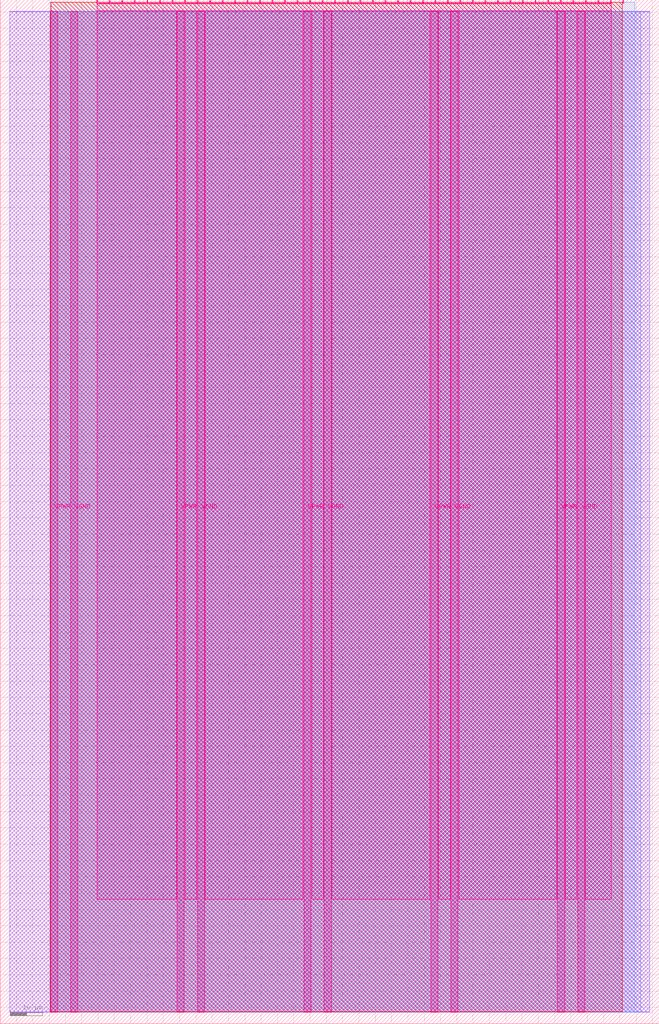
<source format=lef>
VERSION 5.7 ;
  NOWIREEXTENSIONATPIN ON ;
  DIVIDERCHAR "/" ;
  BUSBITCHARS "[]" ;
MACRO tt_um_dlmiles_dffram32x8_2r1w
  CLASS BLOCK ;
  FOREIGN tt_um_dlmiles_dffram32x8_2r1w ;
  ORIGIN 0.000 0.000 ;
  SIZE 202.080 BY 313.740 ;
  PIN VGND
    DIRECTION INOUT ;
    USE GROUND ;
    PORT
      LAYER Metal5 ;
        RECT 21.580 3.560 23.780 310.180 ;
    END
    PORT
      LAYER Metal5 ;
        RECT 60.450 3.560 62.650 310.180 ;
    END
    PORT
      LAYER Metal5 ;
        RECT 99.320 3.560 101.520 310.180 ;
    END
    PORT
      LAYER Metal5 ;
        RECT 138.190 3.560 140.390 310.180 ;
    END
    PORT
      LAYER Metal5 ;
        RECT 177.060 3.560 179.260 310.180 ;
    END
  END VGND
  PIN VPWR
    DIRECTION INOUT ;
    USE POWER ;
    PORT
      LAYER Metal5 ;
        RECT 15.380 3.560 17.580 310.180 ;
    END
    PORT
      LAYER Metal5 ;
        RECT 54.250 3.560 56.450 310.180 ;
    END
    PORT
      LAYER Metal5 ;
        RECT 93.120 3.560 95.320 310.180 ;
    END
    PORT
      LAYER Metal5 ;
        RECT 131.990 3.560 134.190 310.180 ;
    END
    PORT
      LAYER Metal5 ;
        RECT 170.860 3.560 173.060 310.180 ;
    END
  END VPWR
  PIN clk
    DIRECTION INPUT ;
    USE SIGNAL ;
    ANTENNAGATEAREA 0.213200 ;
    PORT
      LAYER Metal5 ;
        RECT 187.050 312.740 187.350 313.740 ;
    END
  END clk
  PIN ena
    DIRECTION INPUT ;
    USE SIGNAL ;
    PORT
      LAYER Metal5 ;
        RECT 190.890 312.740 191.190 313.740 ;
    END
  END ena
  PIN rst_n
    DIRECTION INPUT ;
    USE SIGNAL ;
    ANTENNAGATEAREA 0.314600 ;
    PORT
      LAYER Metal5 ;
        RECT 183.210 312.740 183.510 313.740 ;
    END
  END rst_n
  PIN ui_in[0]
    DIRECTION INPUT ;
    USE SIGNAL ;
    ANTENNAGATEAREA 0.527800 ;
    PORT
      LAYER Metal5 ;
        RECT 179.370 312.740 179.670 313.740 ;
    END
  END ui_in[0]
  PIN ui_in[1]
    DIRECTION INPUT ;
    USE SIGNAL ;
    ANTENNAGATEAREA 0.527800 ;
    PORT
      LAYER Metal5 ;
        RECT 175.530 312.740 175.830 313.740 ;
    END
  END ui_in[1]
  PIN ui_in[2]
    DIRECTION INPUT ;
    USE SIGNAL ;
    ANTENNAGATEAREA 0.426400 ;
    PORT
      LAYER Metal5 ;
        RECT 171.690 312.740 171.990 313.740 ;
    END
  END ui_in[2]
  PIN ui_in[3]
    DIRECTION INPUT ;
    USE SIGNAL ;
    ANTENNAGATEAREA 0.527800 ;
    PORT
      LAYER Metal5 ;
        RECT 167.850 312.740 168.150 313.740 ;
    END
  END ui_in[3]
  PIN ui_in[4]
    DIRECTION INPUT ;
    USE SIGNAL ;
    ANTENNAGATEAREA 2.005900 ;
    ANTENNADIFFAREA 6.046200 ;
    PORT
      LAYER Metal5 ;
        RECT 164.010 312.740 164.310 313.740 ;
    END
  END ui_in[4]
  PIN ui_in[5]
    DIRECTION INPUT ;
    USE SIGNAL ;
    ANTENNAGATEAREA 0.314600 ;
    PORT
      LAYER Metal5 ;
        RECT 160.170 312.740 160.470 313.740 ;
    END
  END ui_in[5]
  PIN ui_in[6]
    DIRECTION INPUT ;
    USE SIGNAL ;
    ANTENNAGATEAREA 0.314600 ;
    PORT
      LAYER Metal5 ;
        RECT 156.330 312.740 156.630 313.740 ;
    END
  END ui_in[6]
  PIN ui_in[7]
    DIRECTION INPUT ;
    USE SIGNAL ;
    ANTENNAGATEAREA 0.314600 ;
    PORT
      LAYER Metal5 ;
        RECT 152.490 312.740 152.790 313.740 ;
    END
  END ui_in[7]
  PIN uio_in[0]
    DIRECTION INPUT ;
    USE SIGNAL ;
    ANTENNAGATEAREA 0.708500 ;
    PORT
      LAYER Metal5 ;
        RECT 148.650 312.740 148.950 313.740 ;
    END
  END uio_in[0]
  PIN uio_in[1]
    DIRECTION INPUT ;
    USE SIGNAL ;
    ANTENNAGATEAREA 0.213200 ;
    PORT
      LAYER Metal5 ;
        RECT 144.810 312.740 145.110 313.740 ;
    END
  END uio_in[1]
  PIN uio_in[2]
    DIRECTION INPUT ;
    USE SIGNAL ;
    ANTENNAGATEAREA 0.213200 ;
    PORT
      LAYER Metal5 ;
        RECT 140.970 312.740 141.270 313.740 ;
    END
  END uio_in[2]
  PIN uio_in[3]
    DIRECTION INPUT ;
    USE SIGNAL ;
    ANTENNAGATEAREA 0.213200 ;
    PORT
      LAYER Metal5 ;
        RECT 137.130 312.740 137.430 313.740 ;
    END
  END uio_in[3]
  PIN uio_in[4]
    DIRECTION INPUT ;
    USE SIGNAL ;
    ANTENNAGATEAREA 0.180700 ;
    PORT
      LAYER Metal5 ;
        RECT 133.290 312.740 133.590 313.740 ;
    END
  END uio_in[4]
  PIN uio_in[5]
    DIRECTION INPUT ;
    USE SIGNAL ;
    ANTENNAGATEAREA 0.314600 ;
    PORT
      LAYER Metal5 ;
        RECT 129.450 312.740 129.750 313.740 ;
    END
  END uio_in[5]
  PIN uio_in[6]
    DIRECTION INPUT ;
    USE SIGNAL ;
    ANTENNAGATEAREA 0.180700 ;
    PORT
      LAYER Metal5 ;
        RECT 125.610 312.740 125.910 313.740 ;
    END
  END uio_in[6]
  PIN uio_in[7]
    DIRECTION INPUT ;
    USE SIGNAL ;
    ANTENNAGATEAREA 0.314600 ;
    PORT
      LAYER Metal5 ;
        RECT 121.770 312.740 122.070 313.740 ;
    END
  END uio_in[7]
  PIN uio_oe[0]
    DIRECTION OUTPUT ;
    USE SIGNAL ;
    ANTENNADIFFAREA 0.299200 ;
    PORT
      LAYER Metal5 ;
        RECT 56.490 312.740 56.790 313.740 ;
    END
  END uio_oe[0]
  PIN uio_oe[1]
    DIRECTION OUTPUT ;
    USE SIGNAL ;
    ANTENNADIFFAREA 0.299200 ;
    PORT
      LAYER Metal5 ;
        RECT 52.650 312.740 52.950 313.740 ;
    END
  END uio_oe[1]
  PIN uio_oe[2]
    DIRECTION OUTPUT ;
    USE SIGNAL ;
    ANTENNADIFFAREA 0.299200 ;
    PORT
      LAYER Metal5 ;
        RECT 48.810 312.740 49.110 313.740 ;
    END
  END uio_oe[2]
  PIN uio_oe[3]
    DIRECTION OUTPUT ;
    USE SIGNAL ;
    ANTENNADIFFAREA 0.299200 ;
    PORT
      LAYER Metal5 ;
        RECT 44.970 312.740 45.270 313.740 ;
    END
  END uio_oe[3]
  PIN uio_oe[4]
    DIRECTION OUTPUT ;
    USE SIGNAL ;
    ANTENNADIFFAREA 0.299200 ;
    PORT
      LAYER Metal5 ;
        RECT 41.130 312.740 41.430 313.740 ;
    END
  END uio_oe[4]
  PIN uio_oe[5]
    DIRECTION OUTPUT ;
    USE SIGNAL ;
    ANTENNADIFFAREA 0.299200 ;
    PORT
      LAYER Metal5 ;
        RECT 37.290 312.740 37.590 313.740 ;
    END
  END uio_oe[5]
  PIN uio_oe[6]
    DIRECTION OUTPUT ;
    USE SIGNAL ;
    ANTENNADIFFAREA 0.299200 ;
    PORT
      LAYER Metal5 ;
        RECT 33.450 312.740 33.750 313.740 ;
    END
  END uio_oe[6]
  PIN uio_oe[7]
    DIRECTION OUTPUT ;
    USE SIGNAL ;
    ANTENNADIFFAREA 0.299200 ;
    PORT
      LAYER Metal5 ;
        RECT 29.610 312.740 29.910 313.740 ;
    END
  END uio_oe[7]
  PIN uio_out[0]
    DIRECTION OUTPUT ;
    USE SIGNAL ;
    ANTENNADIFFAREA 0.299200 ;
    PORT
      LAYER Metal5 ;
        RECT 87.210 312.740 87.510 313.740 ;
    END
  END uio_out[0]
  PIN uio_out[1]
    DIRECTION OUTPUT ;
    USE SIGNAL ;
    ANTENNADIFFAREA 0.299200 ;
    PORT
      LAYER Metal5 ;
        RECT 83.370 312.740 83.670 313.740 ;
    END
  END uio_out[1]
  PIN uio_out[2]
    DIRECTION OUTPUT ;
    USE SIGNAL ;
    ANTENNADIFFAREA 0.299200 ;
    PORT
      LAYER Metal5 ;
        RECT 79.530 312.740 79.830 313.740 ;
    END
  END uio_out[2]
  PIN uio_out[3]
    DIRECTION OUTPUT ;
    USE SIGNAL ;
    ANTENNADIFFAREA 0.299200 ;
    PORT
      LAYER Metal5 ;
        RECT 75.690 312.740 75.990 313.740 ;
    END
  END uio_out[3]
  PIN uio_out[4]
    DIRECTION OUTPUT ;
    USE SIGNAL ;
    ANTENNADIFFAREA 0.299200 ;
    PORT
      LAYER Metal5 ;
        RECT 71.850 312.740 72.150 313.740 ;
    END
  END uio_out[4]
  PIN uio_out[5]
    DIRECTION OUTPUT ;
    USE SIGNAL ;
    ANTENNADIFFAREA 0.299200 ;
    PORT
      LAYER Metal5 ;
        RECT 68.010 312.740 68.310 313.740 ;
    END
  END uio_out[5]
  PIN uio_out[6]
    DIRECTION OUTPUT ;
    USE SIGNAL ;
    ANTENNADIFFAREA 0.299200 ;
    PORT
      LAYER Metal5 ;
        RECT 64.170 312.740 64.470 313.740 ;
    END
  END uio_out[6]
  PIN uio_out[7]
    DIRECTION OUTPUT ;
    USE SIGNAL ;
    ANTENNADIFFAREA 0.299200 ;
    PORT
      LAYER Metal5 ;
        RECT 60.330 312.740 60.630 313.740 ;
    END
  END uio_out[7]
  PIN uo_out[0]
    DIRECTION OUTPUT ;
    USE SIGNAL ;
    ANTENNADIFFAREA 0.677200 ;
    PORT
      LAYER Metal5 ;
        RECT 117.930 312.740 118.230 313.740 ;
    END
  END uo_out[0]
  PIN uo_out[1]
    DIRECTION OUTPUT ;
    USE SIGNAL ;
    ANTENNADIFFAREA 0.677200 ;
    PORT
      LAYER Metal5 ;
        RECT 114.090 312.740 114.390 313.740 ;
    END
  END uo_out[1]
  PIN uo_out[2]
    DIRECTION OUTPUT ;
    USE SIGNAL ;
    ANTENNADIFFAREA 0.677200 ;
    PORT
      LAYER Metal5 ;
        RECT 110.250 312.740 110.550 313.740 ;
    END
  END uo_out[2]
  PIN uo_out[3]
    DIRECTION OUTPUT ;
    USE SIGNAL ;
    ANTENNADIFFAREA 0.677200 ;
    PORT
      LAYER Metal5 ;
        RECT 106.410 312.740 106.710 313.740 ;
    END
  END uo_out[3]
  PIN uo_out[4]
    DIRECTION OUTPUT ;
    USE SIGNAL ;
    ANTENNADIFFAREA 0.632400 ;
    PORT
      LAYER Metal5 ;
        RECT 102.570 312.740 102.870 313.740 ;
    END
  END uo_out[4]
  PIN uo_out[5]
    DIRECTION OUTPUT ;
    USE SIGNAL ;
    ANTENNADIFFAREA 0.632400 ;
    PORT
      LAYER Metal5 ;
        RECT 98.730 312.740 99.030 313.740 ;
    END
  END uo_out[5]
  PIN uo_out[6]
    DIRECTION OUTPUT ;
    USE SIGNAL ;
    ANTENNADIFFAREA 0.632400 ;
    PORT
      LAYER Metal5 ;
        RECT 94.890 312.740 95.190 313.740 ;
    END
  END uo_out[6]
  PIN uo_out[7]
    DIRECTION OUTPUT ;
    USE SIGNAL ;
    ANTENNADIFFAREA 0.632400 ;
    PORT
      LAYER Metal5 ;
        RECT 91.050 312.740 91.350 313.740 ;
    END
  END uo_out[7]
  OBS
      LAYER GatPoly ;
        RECT 2.880 3.630 199.200 310.110 ;
      LAYER Metal1 ;
        RECT 2.880 3.560 199.200 310.180 ;
      LAYER Metal2 ;
        RECT 15.515 3.680 196.465 310.060 ;
      LAYER Metal3 ;
        RECT 15.560 3.635 194.500 313.045 ;
      LAYER Metal4 ;
        RECT 15.515 3.680 190.705 313.000 ;
      LAYER Metal5 ;
        RECT 30.120 312.530 33.240 312.740 ;
        RECT 33.960 312.530 37.080 312.740 ;
        RECT 37.800 312.530 40.920 312.740 ;
        RECT 41.640 312.530 44.760 312.740 ;
        RECT 45.480 312.530 48.600 312.740 ;
        RECT 49.320 312.530 52.440 312.740 ;
        RECT 53.160 312.530 56.280 312.740 ;
        RECT 57.000 312.530 60.120 312.740 ;
        RECT 60.840 312.530 63.960 312.740 ;
        RECT 64.680 312.530 67.800 312.740 ;
        RECT 68.520 312.530 71.640 312.740 ;
        RECT 72.360 312.530 75.480 312.740 ;
        RECT 76.200 312.530 79.320 312.740 ;
        RECT 80.040 312.530 83.160 312.740 ;
        RECT 83.880 312.530 87.000 312.740 ;
        RECT 87.720 312.530 90.840 312.740 ;
        RECT 91.560 312.530 94.680 312.740 ;
        RECT 95.400 312.530 98.520 312.740 ;
        RECT 99.240 312.530 102.360 312.740 ;
        RECT 103.080 312.530 106.200 312.740 ;
        RECT 106.920 312.530 110.040 312.740 ;
        RECT 110.760 312.530 113.880 312.740 ;
        RECT 114.600 312.530 117.720 312.740 ;
        RECT 118.440 312.530 121.560 312.740 ;
        RECT 122.280 312.530 125.400 312.740 ;
        RECT 126.120 312.530 129.240 312.740 ;
        RECT 129.960 312.530 133.080 312.740 ;
        RECT 133.800 312.530 136.920 312.740 ;
        RECT 137.640 312.530 140.760 312.740 ;
        RECT 141.480 312.530 144.600 312.740 ;
        RECT 145.320 312.530 148.440 312.740 ;
        RECT 149.160 312.530 152.280 312.740 ;
        RECT 153.000 312.530 156.120 312.740 ;
        RECT 156.840 312.530 159.960 312.740 ;
        RECT 160.680 312.530 163.800 312.740 ;
        RECT 164.520 312.530 167.640 312.740 ;
        RECT 168.360 312.530 171.480 312.740 ;
        RECT 172.200 312.530 175.320 312.740 ;
        RECT 176.040 312.530 179.160 312.740 ;
        RECT 179.880 312.530 183.000 312.740 ;
        RECT 183.720 312.530 186.840 312.740 ;
        RECT 29.660 310.390 187.300 312.530 ;
        RECT 29.660 38.075 54.040 310.390 ;
        RECT 56.660 38.075 60.240 310.390 ;
        RECT 62.860 38.075 92.910 310.390 ;
        RECT 95.530 38.075 99.110 310.390 ;
        RECT 101.730 38.075 131.780 310.390 ;
        RECT 134.400 38.075 137.980 310.390 ;
        RECT 140.600 38.075 170.650 310.390 ;
        RECT 173.270 38.075 176.850 310.390 ;
        RECT 179.470 38.075 187.300 310.390 ;
  END
END tt_um_dlmiles_dffram32x8_2r1w
END LIBRARY


</source>
